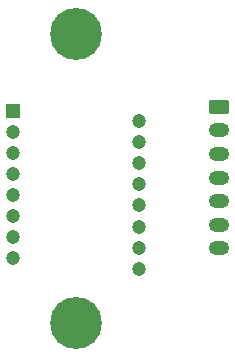
<source format=gbs>
G04 #@! TF.GenerationSoftware,KiCad,Pcbnew,(6.0.5)*
G04 #@! TF.CreationDate,2022-07-09T20:48:00-07:00*
G04 #@! TF.ProjectId,track_ball,74726163-6b5f-4626-916c-6c2e6b696361,1*
G04 #@! TF.SameCoordinates,Original*
G04 #@! TF.FileFunction,Soldermask,Bot*
G04 #@! TF.FilePolarity,Negative*
%FSLAX46Y46*%
G04 Gerber Fmt 4.6, Leading zero omitted, Abs format (unit mm)*
G04 Created by KiCad (PCBNEW (6.0.5)) date 2022-07-09 20:48:00*
%MOMM*%
%LPD*%
G01*
G04 APERTURE LIST*
G04 Aperture macros list*
%AMRoundRect*
0 Rectangle with rounded corners*
0 $1 Rounding radius*
0 $2 $3 $4 $5 $6 $7 $8 $9 X,Y pos of 4 corners*
0 Add a 4 corners polygon primitive as box body*
4,1,4,$2,$3,$4,$5,$6,$7,$8,$9,$2,$3,0*
0 Add four circle primitives for the rounded corners*
1,1,$1+$1,$2,$3*
1,1,$1+$1,$4,$5*
1,1,$1+$1,$6,$7*
1,1,$1+$1,$8,$9*
0 Add four rect primitives between the rounded corners*
20,1,$1+$1,$2,$3,$4,$5,0*
20,1,$1+$1,$4,$5,$6,$7,0*
20,1,$1+$1,$6,$7,$8,$9,0*
20,1,$1+$1,$8,$9,$2,$3,0*%
G04 Aperture macros list end*
%ADD10R,1.200000X1.200000*%
%ADD11C,1.200000*%
%ADD12RoundRect,0.250000X-0.625000X0.350000X-0.625000X-0.350000X0.625000X-0.350000X0.625000X0.350000X0*%
%ADD13O,1.750000X1.200000*%
%ADD14C,0.700000*%
%ADD15C,4.400000*%
G04 APERTURE END LIST*
D10*
X162100000Y-81150000D03*
D11*
X162100000Y-82930000D03*
X162100000Y-84710000D03*
X162100000Y-86490000D03*
X162100000Y-88270000D03*
X162100000Y-90050000D03*
X162100000Y-91830000D03*
X162100000Y-93610000D03*
X172800000Y-94500000D03*
X172800000Y-92720000D03*
X172800000Y-90940000D03*
X172800000Y-89160000D03*
X172800000Y-87380000D03*
X172800000Y-85600000D03*
X172800000Y-83820000D03*
X172800000Y-82040000D03*
D12*
X179600000Y-80800000D03*
D13*
X179600000Y-82800000D03*
X179600000Y-84800000D03*
X179600000Y-86800000D03*
X179600000Y-88800000D03*
X179600000Y-90800000D03*
X179600000Y-92800000D03*
D14*
X167450000Y-73000000D03*
X166283274Y-75816726D03*
X165800000Y-74650000D03*
D15*
X167450000Y-74650000D03*
D14*
X168616726Y-75816726D03*
X169100000Y-74650000D03*
X166283274Y-73483274D03*
X167450000Y-76300000D03*
X168616726Y-73483274D03*
D15*
X167450000Y-99150000D03*
D14*
X166283274Y-97983274D03*
X166283274Y-100316726D03*
X168616726Y-100316726D03*
X167450000Y-97500000D03*
X169100000Y-99150000D03*
X168616726Y-97983274D03*
X167450000Y-100800000D03*
X165800000Y-99150000D03*
M02*

</source>
